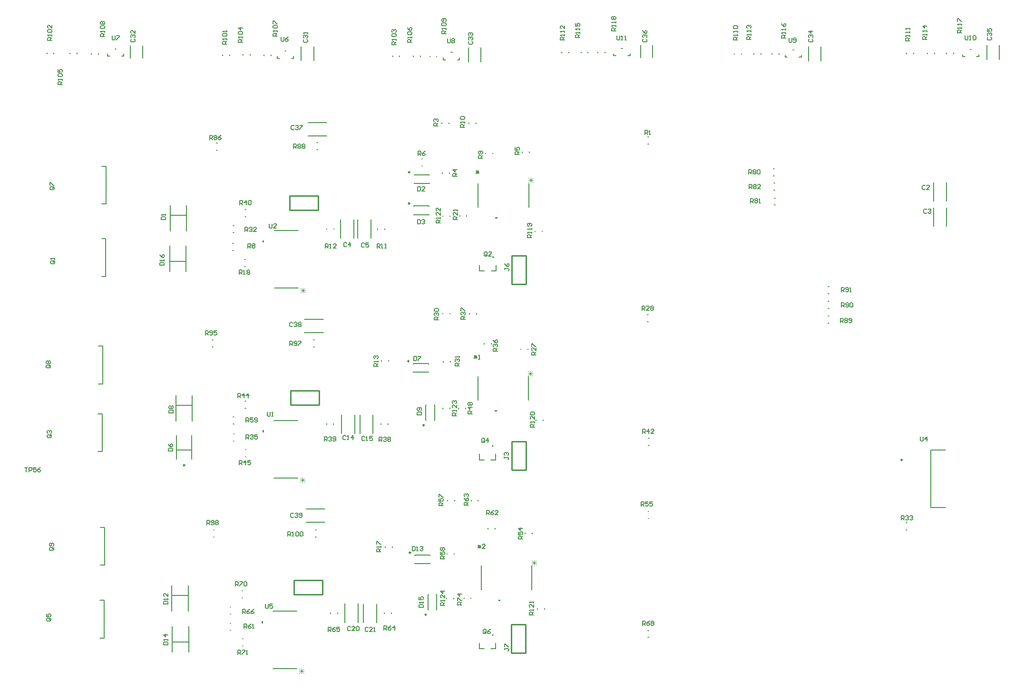
<source format=gto>
G04*
G04 #@! TF.GenerationSoftware,Altium Limited,Altium Designer,21.6.4 (81)*
G04*
G04 Layer_Color=65535*
%FSLAX43Y43*%
%MOMM*%
G71*
G04*
G04 #@! TF.SameCoordinates,1BFCAD30-3443-4AAB-B7F7-DC6525A64C66*
G04*
G04*
G04 #@! TF.FilePolarity,Positive*
G04*
G01*
G75*
%ADD10C,0.250*%
%ADD11C,0.200*%
%ADD12C,0.152*%
%ADD13C,0.254*%
%ADD14C,0.076*%
%ADD15C,0.127*%
G36*
X107906Y68085D02*
X107652D01*
Y68466D01*
X107906D01*
Y68085D01*
D02*
G37*
G36*
X108052Y102095D02*
X107798D01*
Y102476D01*
X108052D01*
Y102095D01*
D02*
G37*
G36*
X150178Y72323D02*
Y72069D01*
X149796D01*
Y72323D01*
X150178D01*
D02*
G37*
G36*
X108102Y135928D02*
X107848D01*
Y136309D01*
X108102D01*
Y135928D01*
D02*
G37*
G36*
X149542Y106053D02*
Y105799D01*
X149161D01*
Y106053D01*
X149542D01*
D02*
G37*
G36*
X149619Y140445D02*
Y140191D01*
X149238D01*
Y140445D01*
X149619D01*
D02*
G37*
D10*
X93978Y96266D02*
G03*
X93978Y96266I-125J0D01*
G01*
X136968Y69646D02*
G03*
X136968Y69646I-125J0D01*
G01*
X134186Y80683D02*
G03*
X134186Y80683I-125J0D01*
G01*
X136587Y103377D02*
G03*
X136587Y103377I-125J0D01*
G01*
X133906Y114795D02*
G03*
X133906Y114795I-125J0D01*
G01*
X134007Y142887D02*
G03*
X134007Y142887I-125J0D01*
G01*
X134033Y148450D02*
G03*
X134033Y148450I-125J0D01*
G01*
X221700Y97206D02*
G03*
X221700Y97206I-125J0D01*
G01*
D11*
X148878Y65986D02*
G03*
X148678Y65986I-100J0D01*
G01*
D02*
G03*
X148878Y65986I100J0D01*
G01*
X148903Y99666D02*
G03*
X148703Y99666I-100J0D01*
G01*
D02*
G03*
X148903Y99666I100J0D01*
G01*
X148954Y133296D02*
G03*
X148754Y133296I-100J0D01*
G01*
D02*
G03*
X148954Y133296I100J0D01*
G01*
X78537Y105422D02*
X79272D01*
Y98692D02*
Y105422D01*
X78537Y98692D02*
X79272D01*
X78868Y65444D02*
X79603D01*
Y72174D01*
X78868D02*
X79603D01*
X91838Y64778D02*
X94598D01*
X94678Y62993D02*
Y67563D01*
X91758Y62993D02*
Y67563D01*
X102569Y138953D02*
X102714D01*
X102569Y137703D02*
X102714D01*
X104718Y140548D02*
X104864D01*
X104718Y141798D02*
X104864D01*
X104144Y72603D02*
X104289D01*
X104144Y73853D02*
X104289D01*
X102035Y71034D02*
X102181D01*
X102035Y69784D02*
X102181D01*
X104661Y106385D02*
X104806D01*
X104661Y107635D02*
X104806D01*
X102585Y104841D02*
X102730D01*
X102585Y103591D02*
X102730D01*
X92521Y97344D02*
Y101589D01*
X95186Y97344D02*
Y101589D01*
X92603Y98991D02*
X95103D01*
X78966Y85192D02*
X79701D01*
Y78462D02*
Y85192D01*
X78966Y78462D02*
X79701D01*
X79198Y149517D02*
X79933D01*
Y142787D02*
Y149517D01*
X79198Y142787D02*
X79933D01*
X78636Y117476D02*
X79371D01*
Y110746D02*
Y117476D01*
X78636Y110746D02*
X79371D01*
X104626Y132908D02*
X104771D01*
X104626Y131658D02*
X104771D01*
X79161Y129883D02*
X79896D01*
Y136613D01*
X79161D02*
X79896D01*
X176381Y154752D02*
X176526D01*
X176381Y153502D02*
X176526D01*
X141011Y157128D02*
Y157273D01*
X139761Y157128D02*
Y157273D01*
X141062Y148238D02*
Y148383D01*
X139812Y148238D02*
Y148383D01*
X155311Y151972D02*
Y152117D01*
X154061Y151972D02*
Y152117D01*
X136148Y149565D02*
X136293D01*
X136148Y150815D02*
X136293D01*
X102518Y134554D02*
X102663D01*
X102518Y135804D02*
X102663D01*
X148758Y151769D02*
Y151914D01*
X147508Y151769D02*
Y151914D01*
X145811Y157128D02*
Y157273D01*
X144561Y157128D02*
Y157273D01*
X129555Y138256D02*
Y138401D01*
X128305Y138256D02*
Y138401D01*
X120488Y138297D02*
Y138442D01*
X119238Y138297D02*
Y138442D01*
X130241Y114786D02*
Y114931D01*
X128991Y114786D02*
Y114931D01*
X130902Y81588D02*
Y81734D01*
X129652Y81588D02*
Y81734D01*
X144160Y140618D02*
Y140763D01*
X142910Y140618D02*
Y140763D01*
X155032Y116869D02*
Y117014D01*
X153782Y116869D02*
Y117014D01*
X176330Y123053D02*
X176476D01*
X176330Y121803D02*
X176476D01*
X141163Y123219D02*
Y123364D01*
X139913Y123219D02*
Y123364D01*
X141265Y114634D02*
Y114779D01*
X140015Y114634D02*
Y114779D01*
X222406Y85994D02*
X222551D01*
X222406Y84744D02*
X222551D01*
X102610Y100569D02*
X102755D01*
X102610Y101819D02*
X102755D01*
X148555Y117825D02*
Y117970D01*
X147305Y117825D02*
Y117970D01*
X145913Y123210D02*
Y123355D01*
X144663Y123210D02*
Y123355D01*
X130140Y103534D02*
Y103679D01*
X128890Y103534D02*
Y103679D01*
X120462Y103559D02*
Y103705D01*
X119212Y103559D02*
Y103705D01*
X176467Y101057D02*
X176612D01*
X176467Y99807D02*
X176612D01*
X104728Y99025D02*
X104873D01*
X104728Y97775D02*
X104873D01*
X143932Y106328D02*
Y106473D01*
X142682Y106328D02*
Y106473D01*
X155794Y84052D02*
Y84197D01*
X154544Y84052D02*
Y84197D01*
X176441Y88001D02*
X176587D01*
X176441Y86751D02*
X176587D01*
X142027Y89920D02*
Y90065D01*
X140777Y89920D02*
Y90065D01*
X141951Y80395D02*
Y80540D01*
X140701Y80395D02*
Y80540D01*
X102035Y66837D02*
X102181D01*
X102035Y68087D02*
X102181D01*
X149190Y84916D02*
Y85061D01*
X147940Y84916D02*
Y85061D01*
X146192Y89920D02*
Y90065D01*
X144942Y89920D02*
Y90065D01*
X130724Y69854D02*
Y69999D01*
X129474Y69854D02*
Y69999D01*
X121148Y69838D02*
Y69983D01*
X119898Y69838D02*
Y69983D01*
X176432Y66817D02*
X176577D01*
X176432Y65567D02*
X176577D01*
X104220Y65319D02*
X104365D01*
X104220Y64069D02*
X104365D01*
X144922Y72521D02*
Y72666D01*
X143672Y72521D02*
Y72666D01*
X198733Y149088D02*
X198878D01*
X198733Y147838D02*
X198878D01*
X198936Y143856D02*
X199082D01*
X198936Y142606D02*
X199082D01*
X198835Y146497D02*
X198980D01*
X198835Y145247D02*
X198980D01*
X99606Y153635D02*
X99752D01*
X99606Y152385D02*
X99752D01*
X117479Y152461D02*
X117624D01*
X117479Y153711D02*
X117624D01*
X208487Y121549D02*
X208632D01*
X208487Y122799D02*
X208632D01*
X208487Y124165D02*
X208632D01*
X208487Y125415D02*
X208632D01*
X208487Y126832D02*
X208632D01*
X208487Y128082D02*
X208632D01*
X98819Y118557D02*
X98964D01*
X98819Y117307D02*
X98964D01*
X116869Y117358D02*
X117014D01*
X116869Y118608D02*
X117014D01*
X99064Y84724D02*
X99209D01*
X99064Y83474D02*
X99209D01*
X117250D02*
X117395D01*
X117250Y84724D02*
X117395D01*
X101946Y169218D02*
Y169364D01*
X100696Y169218D02*
Y169364D01*
X70678Y169574D02*
Y169719D01*
X69428Y169574D02*
Y169719D01*
X132222Y169066D02*
Y169211D01*
X130972Y169066D02*
Y169211D01*
X104353Y169345D02*
Y169491D01*
X105603Y169345D02*
Y169491D01*
X73518Y169574D02*
Y169719D01*
X74768Y169574D02*
Y169719D01*
X134655Y169091D02*
Y169237D01*
X135905Y169091D02*
Y169237D01*
X108062Y169269D02*
Y169414D01*
X109312Y169269D02*
Y169414D01*
X77328Y169523D02*
Y169668D01*
X78578Y169523D02*
Y169668D01*
X137576Y169041D02*
Y169186D01*
X138826Y169041D02*
Y169186D01*
X193030Y169447D02*
Y169592D01*
X191780Y169447D02*
Y169592D01*
X223739Y169560D02*
Y169705D01*
X222489Y169560D02*
Y169705D01*
X162321Y169726D02*
Y169872D01*
X161071Y169726D02*
Y169872D01*
X195268Y169472D02*
Y169618D01*
X196518Y169472D02*
Y169618D01*
X226172Y169574D02*
Y169719D01*
X227422Y169574D02*
Y169719D01*
X164500Y169726D02*
Y169872D01*
X165750Y169726D02*
Y169872D01*
X198468Y169498D02*
Y169643D01*
X199718Y169498D02*
Y169643D01*
X229601Y169599D02*
Y169745D01*
X230851Y169599D02*
Y169745D01*
X167498Y169726D02*
Y169872D01*
X168748Y169726D02*
Y169872D01*
X156347Y137875D02*
Y138020D01*
X157597Y137875D02*
Y138020D01*
X156474Y104220D02*
Y104365D01*
X157724Y104220D02*
Y104365D01*
X156753Y70625D02*
Y70770D01*
X158003Y70625D02*
Y70770D01*
X139939Y140593D02*
Y140738D01*
X141189Y140593D02*
Y140738D01*
X139913Y106328D02*
Y106473D01*
X141163Y106328D02*
Y106473D01*
X140599Y72495D02*
Y72640D01*
X141849Y72495D02*
Y72640D01*
X229600Y143344D02*
Y146650D01*
X227244Y143344D02*
Y146650D01*
Y138834D02*
Y142141D01*
X229600Y138834D02*
Y142141D01*
X171670Y170490D02*
X171870D01*
X172820Y169190D02*
X173219D01*
X170320Y169191D02*
X170720D01*
X173220Y169191D02*
Y169591D01*
X170319Y169191D02*
Y169591D01*
X233783Y170322D02*
X233983D01*
X234933Y169022D02*
X235333D01*
X232433Y169022D02*
X232833D01*
X235333Y169023D02*
Y169423D01*
X232432Y169023D02*
Y169423D01*
X202183Y170236D02*
X202383D01*
X203333Y168936D02*
X203733D01*
X200833Y168937D02*
X201233D01*
X203733Y168937D02*
Y169337D01*
X200832Y168937D02*
Y169337D01*
X141353Y169789D02*
X141553D01*
X142502Y168488D02*
X142902D01*
X140002Y168489D02*
X140402D01*
X142902Y168489D02*
Y168889D01*
X140002Y168489D02*
Y168889D01*
X81561Y170449D02*
X81761D01*
X82711Y169149D02*
X83110D01*
X80211Y169149D02*
X80611D01*
X83111Y169150D02*
Y169550D01*
X80210Y169150D02*
Y169550D01*
X111802Y170059D02*
X112002D01*
X112952Y168758D02*
X113352D01*
X110452Y168759D02*
X110852D01*
X113352Y168759D02*
Y169159D01*
X110451Y168759D02*
Y169159D01*
X148428Y63536D02*
X149278D01*
Y64586D01*
X146378Y63536D02*
X147228D01*
X146378D02*
Y64586D01*
X148453Y97216D02*
X149303D01*
Y98266D01*
X146403Y97216D02*
X147253D01*
X146403D02*
Y98266D01*
X148504Y130846D02*
X149354D01*
Y131896D01*
X146454Y130846D02*
X147304D01*
X146454D02*
Y131896D01*
X137274Y73232D02*
X137352D01*
X137274Y70532D02*
Y73232D01*
Y70532D02*
X137352D01*
X138747Y73232D02*
X138824D01*
Y70532D02*
Y73232D01*
X138747Y70532D02*
X138824D01*
X137647Y80174D02*
Y80252D01*
X134947D02*
X137647D01*
X134947Y80174D02*
Y80252D01*
X137647Y78702D02*
Y78779D01*
X134947Y78702D02*
X137647D01*
X134947D02*
Y78779D01*
X136893Y106963D02*
X136971D01*
X136893Y104263D02*
Y106963D01*
Y104263D02*
X136971D01*
X138365Y106963D02*
X138443D01*
Y104263D02*
Y106963D01*
X138365Y104263D02*
X138443D01*
X137367Y114286D02*
Y114364D01*
X134667D02*
X137367D01*
X134667Y114286D02*
Y114364D01*
X137367Y112814D02*
Y112891D01*
X134667Y112814D02*
X137367D01*
X134667D02*
Y112891D01*
X137469Y142379D02*
Y142456D01*
X134769D02*
X137469D01*
X134769Y142379D02*
Y142456D01*
X137469Y140906D02*
Y140984D01*
X134769Y140906D02*
X137469D01*
X134769D02*
Y140984D01*
X137494Y147941D02*
Y148019D01*
X134794D02*
X137494D01*
X134794Y147941D02*
Y148019D01*
X137494Y146469D02*
Y146546D01*
X134794Y146469D02*
X137494D01*
X134794D02*
Y146546D01*
X115607Y86122D02*
X118913D01*
X115607Y88478D02*
X118913D01*
X115302Y119853D02*
X118608D01*
X115302Y122209D02*
X118608D01*
X115935Y154930D02*
X119241D01*
X115935Y157286D02*
X119241D01*
X177249Y168851D02*
Y171051D01*
X175099Y168851D02*
Y171051D01*
X236721Y168571D02*
Y171077D01*
X238971Y168571D02*
Y171077D01*
X204979Y168317D02*
Y170824D01*
X207229Y168317D02*
Y170824D01*
X144442Y168125D02*
Y170631D01*
X146692Y168125D02*
Y170631D01*
X86444Y168801D02*
Y171001D01*
X84294Y168801D02*
Y171001D01*
X114674Y168368D02*
Y170874D01*
X116924Y168368D02*
Y170874D01*
X125746Y68222D02*
Y71529D01*
X128102Y68222D02*
Y71529D01*
X124851Y68261D02*
Y71568D01*
X122494Y68261D02*
Y71568D01*
X125136Y101903D02*
Y105209D01*
X127492Y101903D02*
Y105209D01*
X124216Y101928D02*
Y105234D01*
X121859Y101928D02*
Y105234D01*
X124730Y136701D02*
Y140007D01*
X127086Y136701D02*
Y140007D01*
X124063Y136701D02*
Y140007D01*
X121707Y136701D02*
Y140007D01*
X226734Y88684D02*
X229430D01*
X226734D02*
Y98920D01*
X229430D01*
X91301Y130767D02*
Y135337D01*
X94221Y130767D02*
Y135337D01*
X91381Y132552D02*
X94141D01*
X94602Y70232D02*
Y74802D01*
X91682Y70232D02*
Y74802D01*
X91762Y73017D02*
X94522D01*
X95288Y104090D02*
Y108660D01*
X92368Y104090D02*
Y108660D01*
X92448Y106875D02*
X95208D01*
X91432Y140803D02*
X94192D01*
X91352Y138018D02*
Y142588D01*
X94272Y138018D02*
Y142588D01*
D12*
X109842Y93980D02*
X114084D01*
X109842Y104242D02*
X114084D01*
X155753Y74105D02*
Y78347D01*
X146761Y74105D02*
Y78347D01*
X155118Y107835D02*
Y112077D01*
X146126Y107835D02*
Y112077D01*
X155194Y142227D02*
Y146469D01*
X146202Y142227D02*
Y146469D01*
X109696Y59969D02*
X113938D01*
X109696Y70231D02*
X113938D01*
X109893Y127813D02*
X114135D01*
X109893Y138074D02*
X114135D01*
D13*
X113360Y73177D02*
Y75717D01*
X118440D01*
Y73177D02*
Y75717D01*
X113360Y73177D02*
X118440D01*
X112841Y106985D02*
Y109525D01*
X117921D01*
Y106985D02*
Y109525D01*
X112841Y106985D02*
X117921D01*
X112649Y141732D02*
Y144272D01*
X117729D01*
Y141732D02*
Y144272D01*
X112649Y141732D02*
X117729D01*
X152121Y67894D02*
X154661D01*
X152121Y64338D02*
Y66370D01*
Y62814D02*
X154661D01*
Y67894D01*
X152121Y66370D02*
Y67894D01*
Y62814D02*
Y64338D01*
X152197Y133564D02*
X154737D01*
X152197Y130008D02*
Y132040D01*
Y128484D02*
X154737D01*
Y133564D01*
X152197Y132040D02*
Y133564D01*
Y128484D02*
Y130008D01*
Y100468D02*
X154737D01*
X152197Y96912D02*
Y98944D01*
Y95388D02*
X154737D01*
Y100468D01*
X152197Y98944D02*
Y100468D01*
Y95388D02*
Y96912D01*
D14*
X115360Y93176D02*
X114514Y94022D01*
X115360D02*
X114514Y93176D01*
X115360Y93599D02*
X114514D01*
X114937Y94022D02*
Y93176D01*
X156556Y79312D02*
X155710Y78465D01*
Y79312D02*
X156556Y78465D01*
X156133Y79312D02*
Y78465D01*
X155710Y78888D02*
X156556D01*
X155921Y113041D02*
X155075Y112195D01*
Y113041D02*
X155921Y112195D01*
X155498Y113041D02*
Y112195D01*
X155075Y112618D02*
X155921D01*
X155997Y147434D02*
X155151Y146587D01*
Y147434D02*
X155997Y146587D01*
X155574Y147434D02*
Y146587D01*
X155151Y147010D02*
X155997D01*
X115214Y59165D02*
X114368Y60012D01*
X115214D02*
X114368Y59165D01*
X115214Y59589D02*
X114368D01*
X114791Y60012D02*
Y59165D01*
X115411Y127009D02*
X114565Y127855D01*
X115411D02*
X114565Y127009D01*
X115411Y127432D02*
X114565D01*
X114988Y127855D02*
Y127009D01*
D15*
X91135Y105563D02*
X91897D01*
Y105943D01*
X91770Y106070D01*
X91262D01*
X91135Y105943D01*
Y105563D01*
X91262Y106324D02*
X91135Y106451D01*
Y106705D01*
X91262Y106832D01*
X91389D01*
X91516Y106705D01*
X91643Y106832D01*
X91770D01*
X91897Y106705D01*
Y106451D01*
X91770Y106324D01*
X91643D01*
X91516Y106451D01*
X91389Y106324D01*
X91262D01*
X91516Y106451D02*
Y106705D01*
X108661Y105740D02*
Y105105D01*
X108788Y104978D01*
X109042D01*
X109169Y105105D01*
Y105740D01*
X109423Y104978D02*
X109677D01*
X109550D01*
Y105740D01*
X109423Y105613D01*
X103645Y130251D02*
Y131013D01*
X104026D01*
X104153Y130886D01*
Y130632D01*
X104026Y130505D01*
X103645D01*
X103899D02*
X104153Y130251D01*
X104407D02*
X104661D01*
X104534D01*
Y131013D01*
X104407Y130886D01*
X105042D02*
X105169Y131013D01*
X105422D01*
X105549Y130886D01*
Y130759D01*
X105422Y130632D01*
X105549Y130505D01*
Y130378D01*
X105422Y130251D01*
X105169D01*
X105042Y130378D01*
Y130505D01*
X105169Y130632D01*
X105042Y130759D01*
Y130886D01*
X105169Y130632D02*
X105422D01*
X69952Y114097D02*
X69444D01*
X69317Y113970D01*
Y113716D01*
X69444Y113589D01*
X69952D01*
X70078Y113716D01*
Y113970D01*
X69825Y113843D02*
X70078Y114097D01*
Y113970D02*
X69952Y114097D01*
X69444Y114351D02*
X69317Y114478D01*
Y114732D01*
X69444Y114859D01*
X69571D01*
X69698Y114732D01*
X69825Y114859D01*
X69952D01*
X70078Y114732D01*
Y114478D01*
X69952Y114351D01*
X69825D01*
X69698Y114478D01*
X69571Y114351D01*
X69444D01*
X69698Y114478D02*
Y114732D01*
X102972Y74702D02*
Y75463D01*
X103353D01*
X103480Y75336D01*
Y75082D01*
X103353Y74955D01*
X102972D01*
X103226D02*
X103480Y74702D01*
X103734Y75463D02*
X104242D01*
Y75336D01*
X103734Y74828D01*
Y74702D01*
X104495Y75336D02*
X104622Y75463D01*
X104876D01*
X105003Y75336D01*
Y74828D01*
X104876Y74702D01*
X104622D01*
X104495Y74828D01*
Y75336D01*
X104242Y69825D02*
Y70586D01*
X104623D01*
X104750Y70460D01*
Y70206D01*
X104623Y70079D01*
X104242D01*
X104496D02*
X104750Y69825D01*
X105512Y70586D02*
X105258Y70460D01*
X105004Y70206D01*
Y69952D01*
X105131Y69825D01*
X105385D01*
X105512Y69952D01*
Y70079D01*
X105385Y70206D01*
X105004D01*
X106273Y70586D02*
X106019Y70460D01*
X105765Y70206D01*
Y69952D01*
X105892Y69825D01*
X106146D01*
X106273Y69952D01*
Y70079D01*
X106146Y70206D01*
X105765D01*
X70485Y81585D02*
X69977D01*
X69850Y81458D01*
Y81204D01*
X69977Y81077D01*
X70485D01*
X70612Y81204D01*
Y81458D01*
X70358Y81331D02*
X70612Y81585D01*
Y81458D02*
X70485Y81585D01*
Y81839D02*
X70612Y81966D01*
Y82220D01*
X70485Y82347D01*
X69977D01*
X69850Y82220D01*
Y81966D01*
X69977Y81839D01*
X70104D01*
X70231Y81966D01*
Y82347D01*
X65481Y95834D02*
X65989D01*
X65735D01*
Y95072D01*
X66243D02*
Y95834D01*
X66624D01*
X66751Y95707D01*
Y95453D01*
X66624Y95326D01*
X66243D01*
X67513Y95834D02*
X67005D01*
Y95453D01*
X67259Y95580D01*
X67386D01*
X67513Y95453D01*
Y95199D01*
X67386Y95072D01*
X67132D01*
X67005Y95199D01*
X68274Y95834D02*
X68020Y95707D01*
X67766Y95453D01*
Y95199D01*
X67893Y95072D01*
X68147D01*
X68274Y95199D01*
Y95326D01*
X68147Y95453D01*
X67766D01*
X104852Y103912D02*
Y104673D01*
X105232D01*
X105359Y104546D01*
Y104292D01*
X105232Y104165D01*
X104852D01*
X105105D02*
X105359Y103912D01*
X106121Y104673D02*
X105613D01*
Y104292D01*
X105867Y104419D01*
X105994D01*
X106121Y104292D01*
Y104038D01*
X105994Y103912D01*
X105740D01*
X105613Y104038D01*
X106375D02*
X106502Y103912D01*
X106756D01*
X106883Y104038D01*
Y104546D01*
X106756Y104673D01*
X106502D01*
X106375Y104546D01*
Y104419D01*
X106502Y104292D01*
X106883D01*
X103404Y108306D02*
Y109067D01*
X103785D01*
X103912Y108941D01*
Y108687D01*
X103785Y108560D01*
X103404D01*
X103658D02*
X103912Y108306D01*
X104546D02*
Y109067D01*
X104165Y108687D01*
X104673D01*
X105308Y108306D02*
Y109067D01*
X104927Y108687D01*
X105435D01*
X103759Y142672D02*
Y143434D01*
X104140D01*
X104267Y143307D01*
Y143053D01*
X104140Y142926D01*
X103759D01*
X104013D02*
X104267Y142672D01*
X104902D02*
Y143434D01*
X104521Y143053D01*
X105029D01*
X105283Y143307D02*
X105410Y143434D01*
X105664D01*
X105791Y143307D01*
Y142799D01*
X105664Y142672D01*
X105410D01*
X105283Y142799D01*
Y143307D01*
X104699Y137871D02*
Y138633D01*
X105080D01*
X105207Y138506D01*
Y138252D01*
X105080Y138125D01*
X104699D01*
X104953D02*
X105207Y137871D01*
X105461Y138506D02*
X105588Y138633D01*
X105842D01*
X105969Y138506D01*
Y138379D01*
X105842Y138252D01*
X105715D01*
X105842D01*
X105969Y138125D01*
Y137998D01*
X105842Y137871D01*
X105588D01*
X105461Y137998D01*
X106730Y137871D02*
X106223D01*
X106730Y138379D01*
Y138506D01*
X106604Y138633D01*
X106350D01*
X106223Y138506D01*
X70561Y145847D02*
X70053D01*
X69926Y145720D01*
Y145466D01*
X70053Y145339D01*
X70561D01*
X70688Y145466D01*
Y145720D01*
X70434Y145593D02*
X70688Y145847D01*
Y145720D02*
X70561Y145847D01*
X69926Y146101D02*
Y146609D01*
X70053D01*
X70561Y146101D01*
X70688D01*
X70688Y132690D02*
X70180D01*
X70053Y132563D01*
Y132309D01*
X70180Y132182D01*
X70688D01*
X70815Y132309D01*
Y132563D01*
X70561Y132436D02*
X70815Y132690D01*
Y132563D02*
X70688Y132690D01*
X70815Y132944D02*
Y133197D01*
Y133070D01*
X70053D01*
X70180Y132944D01*
X70129Y101702D02*
X69621D01*
X69495Y101575D01*
Y101321D01*
X69621Y101194D01*
X70129D01*
X70256Y101321D01*
Y101575D01*
X70002Y101448D02*
X70256Y101702D01*
Y101575D02*
X70129Y101702D01*
X69621Y101956D02*
X69495Y102083D01*
Y102336D01*
X69621Y102463D01*
X69748D01*
X69875Y102336D01*
Y102209D01*
Y102336D01*
X70002Y102463D01*
X70129D01*
X70256Y102336D01*
Y102083D01*
X70129Y101956D01*
X70002Y68986D02*
X69494D01*
X69368Y68859D01*
Y68606D01*
X69494Y68479D01*
X70002D01*
X70129Y68606D01*
Y68859D01*
X69875Y68733D02*
X70129Y68986D01*
Y68859D02*
X70002Y68986D01*
X69368Y69748D02*
Y69240D01*
X69748D01*
X69621Y69494D01*
Y69621D01*
X69748Y69748D01*
X70002D01*
X70129Y69621D01*
Y69367D01*
X70002Y69240D01*
X175870Y155169D02*
Y155930D01*
X176251D01*
X176378Y155804D01*
Y155550D01*
X176251Y155423D01*
X175870D01*
X176124D02*
X176378Y155169D01*
X176632D02*
X176885D01*
X176758D01*
Y155930D01*
X176632Y155804D01*
X139065Y156693D02*
X138303D01*
Y157074D01*
X138430Y157201D01*
X138684D01*
X138811Y157074D01*
Y156693D01*
Y156947D02*
X139065Y157201D01*
X138430Y157455D02*
X138303Y157582D01*
Y157835D01*
X138430Y157962D01*
X138557D01*
X138684Y157835D01*
Y157708D01*
Y157835D01*
X138811Y157962D01*
X138938D01*
X139065Y157835D01*
Y157582D01*
X138938Y157455D01*
X142443Y147752D02*
X141681D01*
Y148133D01*
X141808Y148260D01*
X142062D01*
X142189Y148133D01*
Y147752D01*
Y148006D02*
X142443Y148260D01*
Y148895D02*
X141681D01*
X142062Y148514D01*
Y149022D01*
X153568Y151638D02*
X152807D01*
Y152019D01*
X152933Y152146D01*
X153187D01*
X153314Y152019D01*
Y151638D01*
Y151892D02*
X153568Y152146D01*
X152807Y152908D02*
Y152400D01*
X153187D01*
X153060Y152654D01*
Y152781D01*
X153187Y152908D01*
X153441D01*
X153568Y152781D01*
Y152527D01*
X153441Y152400D01*
X135458Y151435D02*
Y152197D01*
X135839D01*
X135966Y152070D01*
Y151816D01*
X135839Y151689D01*
X135458D01*
X135712D02*
X135966Y151435D01*
X136728Y152197D02*
X136474Y152070D01*
X136220Y151816D01*
Y151562D01*
X136347Y151435D01*
X136601D01*
X136728Y151562D01*
Y151689D01*
X136601Y151816D01*
X136220D01*
X105221Y134969D02*
Y135731D01*
X105601D01*
X105728Y135604D01*
Y135350D01*
X105601Y135223D01*
X105221D01*
X105474D02*
X105728Y134969D01*
X105982Y135604D02*
X106109Y135731D01*
X106363D01*
X106490Y135604D01*
Y135477D01*
X106363Y135350D01*
X106490Y135223D01*
Y135096D01*
X106363Y134969D01*
X106109D01*
X105982Y135096D01*
Y135223D01*
X106109Y135350D01*
X105982Y135477D01*
Y135604D01*
X106109Y135350D02*
X106363D01*
X146990Y150952D02*
X146228D01*
Y151333D01*
X146355Y151460D01*
X146609D01*
X146736Y151333D01*
Y150952D01*
Y151206D02*
X146990Y151460D01*
X146863Y151714D02*
X146990Y151841D01*
Y152095D01*
X146863Y152222D01*
X146355D01*
X146228Y152095D01*
Y151841D01*
X146355Y151714D01*
X146482D01*
X146609Y151841D01*
Y152222D01*
X143789Y156477D02*
X143028D01*
Y156858D01*
X143154Y156985D01*
X143408D01*
X143535Y156858D01*
Y156477D01*
Y156731D02*
X143789Y156985D01*
Y157239D02*
Y157493D01*
Y157366D01*
X143028D01*
X143154Y157239D01*
Y157874D02*
X143028Y158001D01*
Y158254D01*
X143154Y158381D01*
X143662D01*
X143789Y158254D01*
Y158001D01*
X143662Y157874D01*
X143154D01*
X128181Y134950D02*
Y135712D01*
X128562D01*
X128689Y135585D01*
Y135331D01*
X128562Y135204D01*
X128181D01*
X128435D02*
X128689Y134950D01*
X128943D02*
X129197D01*
X129070D01*
Y135712D01*
X128943Y135585D01*
X129578Y134950D02*
X129832D01*
X129705D01*
Y135712D01*
X129578Y135585D01*
X119012Y134925D02*
Y135687D01*
X119393D01*
X119520Y135560D01*
Y135306D01*
X119393Y135179D01*
X119012D01*
X119266D02*
X119520Y134925D01*
X119774D02*
X120028D01*
X119901D01*
Y135687D01*
X119774Y135560D01*
X120916Y134925D02*
X120409D01*
X120916Y135433D01*
Y135560D01*
X120789Y135687D01*
X120536D01*
X120409Y135560D01*
X128346Y113856D02*
X127584D01*
Y114237D01*
X127711Y114364D01*
X127965D01*
X128092Y114237D01*
Y113856D01*
Y114110D02*
X128346Y114364D01*
Y114618D02*
Y114871D01*
Y114745D01*
X127584D01*
X127711Y114618D01*
Y115252D02*
X127584Y115379D01*
Y115633D01*
X127711Y115760D01*
X127838D01*
X127965Y115633D01*
Y115506D01*
Y115633D01*
X128092Y115760D01*
X128219D01*
X128346Y115633D01*
Y115379D01*
X128219Y115252D01*
X128854Y80810D02*
X128092D01*
Y81191D01*
X128219Y81318D01*
X128473D01*
X128600Y81191D01*
Y80810D01*
Y81064D02*
X128854Y81318D01*
Y81572D02*
Y81826D01*
Y81699D01*
X128092D01*
X128219Y81572D01*
X128092Y82207D02*
Y82715D01*
X128219D01*
X128727Y82207D01*
X128854D01*
X142519Y140056D02*
X141758D01*
Y140437D01*
X141884Y140564D01*
X142138D01*
X142265Y140437D01*
Y140056D01*
Y140310D02*
X142519Y140564D01*
Y141325D02*
Y140818D01*
X142011Y141325D01*
X141884D01*
X141758Y141199D01*
Y140945D01*
X141884Y140818D01*
X142519Y141579D02*
Y141833D01*
Y141706D01*
X141758D01*
X141884Y141579D01*
X156464Y115875D02*
X155702D01*
Y116256D01*
X155829Y116383D01*
X156083D01*
X156210Y116256D01*
Y115875D01*
Y116129D02*
X156464Y116383D01*
Y117145D02*
Y116637D01*
X155956Y117145D01*
X155829D01*
X155702Y117018D01*
Y116764D01*
X155829Y116637D01*
X155702Y117399D02*
Y117906D01*
X155829D01*
X156337Y117399D01*
X156464D01*
X175337Y123876D02*
Y124638D01*
X175717D01*
X175844Y124511D01*
Y124257D01*
X175717Y124130D01*
X175337D01*
X175590D02*
X175844Y123876D01*
X176606D02*
X176098D01*
X176606Y124384D01*
Y124511D01*
X176479Y124638D01*
X176225D01*
X176098Y124511D01*
X176860D02*
X176987Y124638D01*
X177241D01*
X177368Y124511D01*
Y124384D01*
X177241Y124257D01*
X177368Y124130D01*
Y124003D01*
X177241Y123876D01*
X176987D01*
X176860Y124003D01*
Y124130D01*
X176987Y124257D01*
X176860Y124384D01*
Y124511D01*
X176987Y124257D02*
X177241D01*
X139141Y122149D02*
X138379D01*
Y122530D01*
X138506Y122657D01*
X138760D01*
X138887Y122530D01*
Y122149D01*
Y122403D02*
X139141Y122657D01*
X138506Y122911D02*
X138379Y123038D01*
Y123292D01*
X138506Y123419D01*
X138633D01*
X138760Y123292D01*
Y123165D01*
Y123292D01*
X138887Y123419D01*
X139014D01*
X139141Y123292D01*
Y123038D01*
X139014Y122911D01*
X138506Y123672D02*
X138379Y123799D01*
Y124053D01*
X138506Y124180D01*
X139014D01*
X139141Y124053D01*
Y123799D01*
X139014Y123672D01*
X138506D01*
X142824Y113919D02*
X142062D01*
Y114300D01*
X142189Y114427D01*
X142443D01*
X142570Y114300D01*
Y113919D01*
Y114173D02*
X142824Y114427D01*
X142189Y114681D02*
X142062Y114808D01*
Y115062D01*
X142189Y115189D01*
X142316D01*
X142443Y115062D01*
Y114935D01*
Y115062D01*
X142570Y115189D01*
X142697D01*
X142824Y115062D01*
Y114808D01*
X142697Y114681D01*
X142824Y115443D02*
Y115697D01*
Y115570D01*
X142062D01*
X142189Y115443D01*
X221488Y86487D02*
Y87249D01*
X221869D01*
X221996Y87122D01*
Y86868D01*
X221869Y86741D01*
X221488D01*
X221742D02*
X221996Y86487D01*
X222250Y87122D02*
X222377Y87249D01*
X222631D01*
X222758Y87122D01*
Y86995D01*
X222631Y86868D01*
X222504D01*
X222631D01*
X222758Y86741D01*
Y86614D01*
X222631Y86487D01*
X222377D01*
X222250Y86614D01*
X223012Y87122D02*
X223139Y87249D01*
X223393D01*
X223520Y87122D01*
Y86995D01*
X223393Y86868D01*
X223266D01*
X223393D01*
X223520Y86741D01*
Y86614D01*
X223393Y86487D01*
X223139D01*
X223012Y86614D01*
X104852Y100940D02*
Y101701D01*
X105232D01*
X105359Y101575D01*
Y101321D01*
X105232Y101194D01*
X104852D01*
X105105D02*
X105359Y100940D01*
X105613Y101575D02*
X105740Y101701D01*
X105994D01*
X106121Y101575D01*
Y101448D01*
X105994Y101321D01*
X105867D01*
X105994D01*
X106121Y101194D01*
Y101067D01*
X105994Y100940D01*
X105740D01*
X105613Y101067D01*
X106883Y101701D02*
X106375D01*
Y101321D01*
X106629Y101448D01*
X106756D01*
X106883Y101321D01*
Y101067D01*
X106756Y100940D01*
X106502D01*
X106375Y101067D01*
X149631Y116536D02*
X148870D01*
Y116916D01*
X148996Y117043D01*
X149250D01*
X149377Y116916D01*
Y116536D01*
Y116789D02*
X149631Y117043D01*
X148996Y117297D02*
X148870Y117424D01*
Y117678D01*
X148996Y117805D01*
X149123D01*
X149250Y117678D01*
Y117551D01*
Y117678D01*
X149377Y117805D01*
X149504D01*
X149631Y117678D01*
Y117424D01*
X149504Y117297D01*
X148870Y118567D02*
X148996Y118313D01*
X149250Y118059D01*
X149504D01*
X149631Y118186D01*
Y118440D01*
X149504Y118567D01*
X149377D01*
X149250Y118440D01*
Y118059D01*
X143916Y122276D02*
X143155D01*
Y122657D01*
X143281Y122784D01*
X143535D01*
X143662Y122657D01*
Y122276D01*
Y122530D02*
X143916Y122784D01*
X143281Y123038D02*
X143155Y123165D01*
Y123419D01*
X143281Y123546D01*
X143408D01*
X143535Y123419D01*
Y123292D01*
Y123419D01*
X143662Y123546D01*
X143789D01*
X143916Y123419D01*
Y123165D01*
X143789Y123038D01*
X143155Y123799D02*
Y124307D01*
X143281D01*
X143789Y123799D01*
X143916D01*
X128575Y100508D02*
Y101270D01*
X128956D01*
X129083Y101143D01*
Y100889D01*
X128956Y100762D01*
X128575D01*
X128829D02*
X129083Y100508D01*
X129337Y101143D02*
X129464Y101270D01*
X129718D01*
X129845Y101143D01*
Y101016D01*
X129718Y100889D01*
X129591D01*
X129718D01*
X129845Y100762D01*
Y100635D01*
X129718Y100508D01*
X129464D01*
X129337Y100635D01*
X130099Y101143D02*
X130226Y101270D01*
X130480D01*
X130606Y101143D01*
Y101016D01*
X130480Y100889D01*
X130606Y100762D01*
Y100635D01*
X130480Y100508D01*
X130226D01*
X130099Y100635D01*
Y100762D01*
X130226Y100889D01*
X130099Y101016D01*
Y101143D01*
X130226Y100889D02*
X130480D01*
X118796Y100559D02*
Y101320D01*
X119177D01*
X119304Y101194D01*
Y100940D01*
X119177Y100813D01*
X118796D01*
X119050D02*
X119304Y100559D01*
X119558Y101194D02*
X119685Y101320D01*
X119939D01*
X120066Y101194D01*
Y101067D01*
X119939Y100940D01*
X119812D01*
X119939D01*
X120066Y100813D01*
Y100686D01*
X119939Y100559D01*
X119685D01*
X119558Y100686D01*
X120320D02*
X120447Y100559D01*
X120701D01*
X120827Y100686D01*
Y101194D01*
X120701Y101320D01*
X120447D01*
X120320Y101194D01*
Y101067D01*
X120447Y100940D01*
X120827D01*
X175438Y101905D02*
Y102667D01*
X175819D01*
X175946Y102540D01*
Y102286D01*
X175819Y102159D01*
X175438D01*
X175692D02*
X175946Y101905D01*
X176581D02*
Y102667D01*
X176200Y102286D01*
X176708D01*
X177469Y101905D02*
X176962D01*
X177469Y102413D01*
Y102540D01*
X177343Y102667D01*
X177089D01*
X176962Y102540D01*
X103658Y96368D02*
Y97129D01*
X104039D01*
X104166Y97003D01*
Y96749D01*
X104039Y96622D01*
X103658D01*
X103912D02*
X104166Y96368D01*
X104800D02*
Y97129D01*
X104419Y96749D01*
X104927D01*
X105689Y97129D02*
X105181D01*
Y96749D01*
X105435Y96876D01*
X105562D01*
X105689Y96749D01*
Y96495D01*
X105562Y96368D01*
X105308D01*
X105181Y96495D01*
X145135Y105410D02*
X144374D01*
Y105791D01*
X144501Y105918D01*
X144755D01*
X144882Y105791D01*
Y105410D01*
Y105664D02*
X145135Y105918D01*
Y106553D02*
X144374D01*
X144755Y106172D01*
Y106680D01*
X144501Y106934D02*
X144374Y107061D01*
Y107315D01*
X144501Y107442D01*
X144628D01*
X144755Y107315D01*
X144882Y107442D01*
X145009D01*
X145135Y107315D01*
Y107061D01*
X145009Y106934D01*
X144882D01*
X144755Y107061D01*
X144628Y106934D01*
X144501D01*
X144755Y107061D02*
Y107315D01*
X154102Y83084D02*
X153340D01*
Y83465D01*
X153467Y83592D01*
X153721D01*
X153848Y83465D01*
Y83084D01*
Y83338D02*
X154102Y83592D01*
X153340Y84353D02*
Y83845D01*
X153721D01*
X153594Y84099D01*
Y84226D01*
X153721Y84353D01*
X153975D01*
X154102Y84226D01*
Y83972D01*
X153975Y83845D01*
X154102Y84988D02*
X153340D01*
X153721Y84607D01*
Y85115D01*
X175184Y88976D02*
Y89738D01*
X175565D01*
X175692Y89611D01*
Y89357D01*
X175565Y89230D01*
X175184D01*
X175438D02*
X175692Y88976D01*
X176454Y89738D02*
X175946D01*
Y89357D01*
X176200Y89484D01*
X176327D01*
X176454Y89357D01*
Y89103D01*
X176327Y88976D01*
X176073D01*
X175946Y89103D01*
X177215Y89738D02*
X176708D01*
Y89357D01*
X176962Y89484D01*
X177089D01*
X177215Y89357D01*
Y89103D01*
X177089Y88976D01*
X176835D01*
X176708Y89103D01*
X139954Y89078D02*
X139192D01*
Y89459D01*
X139319Y89586D01*
X139573D01*
X139700Y89459D01*
Y89078D01*
Y89332D02*
X139954Y89586D01*
X139192Y90348D02*
Y89840D01*
X139573D01*
X139446Y90094D01*
Y90221D01*
X139573Y90348D01*
X139827D01*
X139954Y90221D01*
Y89967D01*
X139827Y89840D01*
X139192Y90602D02*
Y91109D01*
X139319D01*
X139827Y90602D01*
X139954D01*
X140208Y79528D02*
X139446D01*
Y79909D01*
X139573Y80036D01*
X139827D01*
X139954Y79909D01*
Y79528D01*
Y79782D02*
X140208Y80036D01*
X139446Y80797D02*
Y80289D01*
X139827D01*
X139700Y80543D01*
Y80670D01*
X139827Y80797D01*
X140081D01*
X140208Y80670D01*
Y80416D01*
X140081Y80289D01*
X139573Y81051D02*
X139446Y81178D01*
Y81432D01*
X139573Y81559D01*
X139700D01*
X139827Y81432D01*
X139954Y81559D01*
X140081D01*
X140208Y81432D01*
Y81178D01*
X140081Y81051D01*
X139954D01*
X139827Y81178D01*
X139700Y81051D01*
X139573D01*
X139827Y81178D02*
Y81432D01*
X104496Y67204D02*
Y67966D01*
X104877D01*
X105004Y67839D01*
Y67585D01*
X104877Y67458D01*
X104496D01*
X104750D02*
X105004Y67204D01*
X105765Y67966D02*
X105512Y67839D01*
X105258Y67585D01*
Y67331D01*
X105385Y67204D01*
X105639D01*
X105765Y67331D01*
Y67458D01*
X105639Y67585D01*
X105258D01*
X106019Y67204D02*
X106273D01*
X106146D01*
Y67966D01*
X106019Y67839D01*
X147676Y87427D02*
Y88189D01*
X148057D01*
X148184Y88062D01*
Y87808D01*
X148057Y87681D01*
X147676D01*
X147930D02*
X148184Y87427D01*
X148946Y88189D02*
X148692Y88062D01*
X148438Y87808D01*
Y87554D01*
X148565Y87427D01*
X148819D01*
X148946Y87554D01*
Y87681D01*
X148819Y87808D01*
X148438D01*
X149707Y87427D02*
X149199D01*
X149707Y87935D01*
Y88062D01*
X149580Y88189D01*
X149326D01*
X149199Y88062D01*
X144450Y89129D02*
X143688D01*
Y89510D01*
X143815Y89637D01*
X144069D01*
X144196Y89510D01*
Y89129D01*
Y89383D02*
X144450Y89637D01*
X143688Y90399D02*
X143815Y90145D01*
X144069Y89891D01*
X144323D01*
X144450Y90018D01*
Y90272D01*
X144323Y90399D01*
X144196D01*
X144069Y90272D01*
Y89891D01*
X143815Y90652D02*
X143688Y90779D01*
Y91033D01*
X143815Y91160D01*
X143942D01*
X144069Y91033D01*
Y90906D01*
Y91033D01*
X144196Y91160D01*
X144323D01*
X144450Y91033D01*
Y90779D01*
X144323Y90652D01*
X129439Y66878D02*
Y67640D01*
X129820D01*
X129947Y67513D01*
Y67259D01*
X129820Y67132D01*
X129439D01*
X129693D02*
X129947Y66878D01*
X130708Y67640D02*
X130454Y67513D01*
X130200Y67259D01*
Y67005D01*
X130327Y66878D01*
X130581D01*
X130708Y67005D01*
Y67132D01*
X130581Y67259D01*
X130200D01*
X131343Y66878D02*
Y67640D01*
X130962Y67259D01*
X131470D01*
X119507Y66650D02*
Y67411D01*
X119888D01*
X120015Y67285D01*
Y67031D01*
X119888Y66904D01*
X119507D01*
X119761D02*
X120015Y66650D01*
X120777Y67411D02*
X120523Y67285D01*
X120269Y67031D01*
Y66777D01*
X120396Y66650D01*
X120650D01*
X120777Y66777D01*
Y66904D01*
X120650Y67031D01*
X120269D01*
X121539Y67411D02*
X121031D01*
Y67031D01*
X121285Y67158D01*
X121412D01*
X121539Y67031D01*
Y66777D01*
X121412Y66650D01*
X121158D01*
X121031Y66777D01*
X175438Y67717D02*
Y68478D01*
X175819D01*
X175946Y68351D01*
Y68097D01*
X175819Y67970D01*
X175438D01*
X175692D02*
X175946Y67717D01*
X176708Y68478D02*
X176454Y68351D01*
X176200Y68097D01*
Y67843D01*
X176327Y67717D01*
X176581D01*
X176708Y67843D01*
Y67970D01*
X176581Y68097D01*
X176200D01*
X176962Y68351D02*
X177089Y68478D01*
X177343D01*
X177469Y68351D01*
Y68224D01*
X177343Y68097D01*
X177469Y67970D01*
Y67843D01*
X177343Y67717D01*
X177089D01*
X176962Y67843D01*
Y67970D01*
X177089Y68097D01*
X176962Y68224D01*
Y68351D01*
X177089Y68097D02*
X177343D01*
X103404Y62510D02*
Y63271D01*
X103785D01*
X103912Y63144D01*
Y62890D01*
X103785Y62763D01*
X103404D01*
X103658D02*
X103912Y62510D01*
X104165Y63271D02*
X104673D01*
Y63144D01*
X104165Y62636D01*
Y62510D01*
X104927D02*
X105181D01*
X105054D01*
Y63271D01*
X104927Y63144D01*
X143256Y71374D02*
X142494D01*
Y71755D01*
X142621Y71882D01*
X142875D01*
X143002Y71755D01*
Y71374D01*
Y71628D02*
X143256Y71882D01*
X142494Y72136D02*
Y72644D01*
X142621D01*
X143129Y72136D01*
X143256D01*
Y73279D02*
X142494D01*
X142875Y72898D01*
Y73406D01*
X194361Y148108D02*
Y148869D01*
X194742D01*
X194869Y148742D01*
Y148488D01*
X194742Y148361D01*
X194361D01*
X194615D02*
X194869Y148108D01*
X195123Y148742D02*
X195250Y148869D01*
X195504D01*
X195631Y148742D01*
Y148615D01*
X195504Y148488D01*
X195631Y148361D01*
Y148234D01*
X195504Y148108D01*
X195250D01*
X195123Y148234D01*
Y148361D01*
X195250Y148488D01*
X195123Y148615D01*
Y148742D01*
X195250Y148488D02*
X195504D01*
X195885Y148742D02*
X196012Y148869D01*
X196266D01*
X196392Y148742D01*
Y148234D01*
X196266Y148108D01*
X196012D01*
X195885Y148234D01*
Y148742D01*
X194666Y143002D02*
Y143764D01*
X195047D01*
X195174Y143637D01*
Y143383D01*
X195047Y143256D01*
X194666D01*
X194920D02*
X195174Y143002D01*
X195428Y143637D02*
X195555Y143764D01*
X195809D01*
X195935Y143637D01*
Y143510D01*
X195809Y143383D01*
X195935Y143256D01*
Y143129D01*
X195809Y143002D01*
X195555D01*
X195428Y143129D01*
Y143256D01*
X195555Y143383D01*
X195428Y143510D01*
Y143637D01*
X195555Y143383D02*
X195809D01*
X196189Y143002D02*
X196443D01*
X196316D01*
Y143764D01*
X196189Y143637D01*
X194412Y145491D02*
Y146253D01*
X194793D01*
X194920Y146126D01*
Y145872D01*
X194793Y145745D01*
X194412D01*
X194666D02*
X194920Y145491D01*
X195174Y146126D02*
X195301Y146253D01*
X195555D01*
X195682Y146126D01*
Y145999D01*
X195555Y145872D01*
X195682Y145745D01*
Y145618D01*
X195555Y145491D01*
X195301D01*
X195174Y145618D01*
Y145745D01*
X195301Y145872D01*
X195174Y145999D01*
Y146126D01*
X195301Y145872D02*
X195555D01*
X196443Y145491D02*
X195935D01*
X196443Y145999D01*
Y146126D01*
X196316Y146253D01*
X196062D01*
X195935Y146126D01*
X98400Y154280D02*
Y155041D01*
X98781D01*
X98908Y154915D01*
Y154661D01*
X98781Y154534D01*
X98400D01*
X98654D02*
X98908Y154280D01*
X99162Y154915D02*
X99289Y155041D01*
X99543D01*
X99670Y154915D01*
Y154788D01*
X99543Y154661D01*
X99670Y154534D01*
Y154407D01*
X99543Y154280D01*
X99289D01*
X99162Y154407D01*
Y154534D01*
X99289Y154661D01*
X99162Y154788D01*
Y154915D01*
X99289Y154661D02*
X99543D01*
X100431Y155041D02*
X100177Y154915D01*
X99923Y154661D01*
Y154407D01*
X100050Y154280D01*
X100304D01*
X100431Y154407D01*
Y154534D01*
X100304Y154661D01*
X99923D01*
X113335Y152705D02*
Y153467D01*
X113716D01*
X113843Y153340D01*
Y153086D01*
X113716Y152959D01*
X113335D01*
X113589D02*
X113843Y152705D01*
X114097Y153340D02*
X114224Y153467D01*
X114478D01*
X114605Y153340D01*
Y153213D01*
X114478Y153086D01*
X114605Y152959D01*
Y152832D01*
X114478Y152705D01*
X114224D01*
X114097Y152832D01*
Y152959D01*
X114224Y153086D01*
X114097Y153213D01*
Y153340D01*
X114224Y153086D02*
X114478D01*
X114859Y153340D02*
X114986Y153467D01*
X115240D01*
X115366Y153340D01*
Y153213D01*
X115240Y153086D01*
X115366Y152959D01*
Y152832D01*
X115240Y152705D01*
X114986D01*
X114859Y152832D01*
Y152959D01*
X114986Y153086D01*
X114859Y153213D01*
Y153340D01*
X114986Y153086D02*
X115240D01*
X210668Y121666D02*
Y122428D01*
X211049D01*
X211176Y122301D01*
Y122047D01*
X211049Y121920D01*
X210668D01*
X210922D02*
X211176Y121666D01*
X211430Y122301D02*
X211557Y122428D01*
X211811D01*
X211938Y122301D01*
Y122174D01*
X211811Y122047D01*
X211938Y121920D01*
Y121793D01*
X211811Y121666D01*
X211557D01*
X211430Y121793D01*
Y121920D01*
X211557Y122047D01*
X211430Y122174D01*
Y122301D01*
X211557Y122047D02*
X211811D01*
X212191Y121793D02*
X212318Y121666D01*
X212572D01*
X212699Y121793D01*
Y122301D01*
X212572Y122428D01*
X212318D01*
X212191Y122301D01*
Y122174D01*
X212318Y122047D01*
X212699D01*
X210871Y124435D02*
Y125196D01*
X211252D01*
X211379Y125070D01*
Y124816D01*
X211252Y124689D01*
X210871D01*
X211125D02*
X211379Y124435D01*
X211633Y124562D02*
X211760Y124435D01*
X212014D01*
X212141Y124562D01*
Y125070D01*
X212014Y125196D01*
X211760D01*
X211633Y125070D01*
Y124943D01*
X211760Y124816D01*
X212141D01*
X212395Y125070D02*
X212522Y125196D01*
X212776D01*
X212902Y125070D01*
Y124562D01*
X212776Y124435D01*
X212522D01*
X212395Y124562D01*
Y125070D01*
X210820Y127178D02*
Y127940D01*
X211201D01*
X211328Y127813D01*
Y127559D01*
X211201Y127432D01*
X210820D01*
X211074D02*
X211328Y127178D01*
X211582Y127305D02*
X211709Y127178D01*
X211963D01*
X212090Y127305D01*
Y127813D01*
X211963Y127940D01*
X211709D01*
X211582Y127813D01*
Y127686D01*
X211709Y127559D01*
X212090D01*
X212344Y127178D02*
X212598D01*
X212471D01*
Y127940D01*
X212344Y127813D01*
X97613Y119456D02*
Y120218D01*
X97993D01*
X98120Y120091D01*
Y119837D01*
X97993Y119710D01*
X97613D01*
X97866D02*
X98120Y119456D01*
X98374Y119583D02*
X98501Y119456D01*
X98755D01*
X98882Y119583D01*
Y120091D01*
X98755Y120218D01*
X98501D01*
X98374Y120091D01*
Y119964D01*
X98501Y119837D01*
X98882D01*
X99644Y120218D02*
X99136D01*
Y119837D01*
X99390Y119964D01*
X99517D01*
X99644Y119837D01*
Y119583D01*
X99517Y119456D01*
X99263D01*
X99136Y119583D01*
X112649Y117577D02*
Y118338D01*
X113030D01*
X113157Y118212D01*
Y117958D01*
X113030Y117831D01*
X112649D01*
X112903D02*
X113157Y117577D01*
X113411Y117704D02*
X113538Y117577D01*
X113792D01*
X113919Y117704D01*
Y118212D01*
X113792Y118338D01*
X113538D01*
X113411Y118212D01*
Y118085D01*
X113538Y117958D01*
X113919D01*
X114173Y118338D02*
X114681D01*
Y118212D01*
X114173Y117704D01*
Y117577D01*
X97892Y85649D02*
Y86411D01*
X98273D01*
X98400Y86284D01*
Y86030D01*
X98273Y85903D01*
X97892D01*
X98146D02*
X98400Y85649D01*
X98654Y85776D02*
X98781Y85649D01*
X99035D01*
X99162Y85776D01*
Y86284D01*
X99035Y86411D01*
X98781D01*
X98654Y86284D01*
Y86157D01*
X98781Y86030D01*
X99162D01*
X99415Y86284D02*
X99542Y86411D01*
X99796D01*
X99923Y86284D01*
Y86157D01*
X99796Y86030D01*
X99923Y85903D01*
Y85776D01*
X99796Y85649D01*
X99542D01*
X99415Y85776D01*
Y85903D01*
X99542Y86030D01*
X99415Y86157D01*
Y86284D01*
X99542Y86030D02*
X99796D01*
X112332Y83592D02*
Y84353D01*
X112713D01*
X112840Y84226D01*
Y83972D01*
X112713Y83845D01*
X112332D01*
X112586D02*
X112840Y83592D01*
X113094D02*
X113348D01*
X113221D01*
Y84353D01*
X113094Y84226D01*
X113728D02*
X113855Y84353D01*
X114109D01*
X114236Y84226D01*
Y83718D01*
X114109Y83592D01*
X113855D01*
X113728Y83718D01*
Y84226D01*
X114490D02*
X114617Y84353D01*
X114871D01*
X114998Y84226D01*
Y83718D01*
X114871Y83592D01*
X114617D01*
X114490Y83718D01*
Y84226D01*
X101473Y171285D02*
X100711D01*
Y171666D01*
X100838Y171793D01*
X101092D01*
X101219Y171666D01*
Y171285D01*
Y171539D02*
X101473Y171793D01*
Y172047D02*
Y172301D01*
Y172174D01*
X100711D01*
X100838Y172047D01*
Y172682D02*
X100711Y172809D01*
Y173063D01*
X100838Y173190D01*
X101346D01*
X101473Y173063D01*
Y172809D01*
X101346Y172682D01*
X100838D01*
X101473Y173444D02*
Y173698D01*
Y173571D01*
X100711D01*
X100838Y173444D01*
X70307Y171946D02*
X69545D01*
Y172327D01*
X69672Y172454D01*
X69926D01*
X70053Y172327D01*
Y171946D01*
Y172200D02*
X70307Y172454D01*
Y172707D02*
Y172961D01*
Y172834D01*
X69545D01*
X69672Y172707D01*
Y173342D02*
X69545Y173469D01*
Y173723D01*
X69672Y173850D01*
X70180D01*
X70307Y173723D01*
Y173469D01*
X70180Y173342D01*
X69672D01*
X70307Y174612D02*
Y174104D01*
X69799Y174612D01*
X69672D01*
X69545Y174485D01*
Y174231D01*
X69672Y174104D01*
X131597Y171184D02*
X130836D01*
Y171565D01*
X130962Y171692D01*
X131216D01*
X131343Y171565D01*
Y171184D01*
Y171438D02*
X131597Y171692D01*
Y171945D02*
Y172199D01*
Y172072D01*
X130836D01*
X130962Y171945D01*
Y172580D02*
X130836Y172707D01*
Y172961D01*
X130962Y173088D01*
X131470D01*
X131597Y172961D01*
Y172707D01*
X131470Y172580D01*
X130962D01*
Y173342D02*
X130836Y173469D01*
Y173723D01*
X130962Y173850D01*
X131089D01*
X131216Y173723D01*
Y173596D01*
Y173723D01*
X131343Y173850D01*
X131470D01*
X131597Y173723D01*
Y173469D01*
X131470Y173342D01*
X104292Y171641D02*
X103531D01*
Y172022D01*
X103657Y172149D01*
X103911D01*
X104038Y172022D01*
Y171641D01*
Y171895D02*
X104292Y172149D01*
Y172403D02*
Y172657D01*
Y172530D01*
X103531D01*
X103657Y172403D01*
Y173037D02*
X103531Y173164D01*
Y173418D01*
X103657Y173545D01*
X104165D01*
X104292Y173418D01*
Y173164D01*
X104165Y173037D01*
X103657D01*
X104292Y174180D02*
X103531D01*
X103911Y173799D01*
Y174307D01*
X72161Y164072D02*
X71400D01*
Y164453D01*
X71526Y164580D01*
X71780D01*
X71907Y164453D01*
Y164072D01*
Y164326D02*
X72161Y164580D01*
Y164833D02*
Y165087D01*
Y164960D01*
X71400D01*
X71526Y164833D01*
Y165468D02*
X71400Y165595D01*
Y165849D01*
X71526Y165976D01*
X72034D01*
X72161Y165849D01*
Y165595D01*
X72034Y165468D01*
X71526D01*
X71400Y166738D02*
Y166230D01*
X71780D01*
X71653Y166484D01*
Y166611D01*
X71780Y166738D01*
X72034D01*
X72161Y166611D01*
Y166357D01*
X72034Y166230D01*
X134391Y171590D02*
X133630D01*
Y171971D01*
X133756Y172098D01*
X134010D01*
X134137Y171971D01*
Y171590D01*
Y171844D02*
X134391Y172098D01*
Y172352D02*
Y172606D01*
Y172479D01*
X133630D01*
X133756Y172352D01*
Y172987D02*
X133630Y173114D01*
Y173368D01*
X133756Y173495D01*
X134264D01*
X134391Y173368D01*
Y173114D01*
X134264Y172987D01*
X133756D01*
X133630Y174256D02*
X133756Y174002D01*
X134010Y173748D01*
X134264D01*
X134391Y173875D01*
Y174129D01*
X134264Y174256D01*
X134137D01*
X134010Y174129D01*
Y173748D01*
X110464Y172733D02*
X109703D01*
Y173114D01*
X109830Y173241D01*
X110084D01*
X110211Y173114D01*
Y172733D01*
Y172987D02*
X110464Y173241D01*
Y173495D02*
Y173749D01*
Y173622D01*
X109703D01*
X109830Y173495D01*
Y174130D02*
X109703Y174257D01*
Y174511D01*
X109830Y174638D01*
X110338D01*
X110464Y174511D01*
Y174257D01*
X110338Y174130D01*
X109830D01*
X109703Y174891D02*
Y175399D01*
X109830D01*
X110338Y174891D01*
X110464D01*
X79705Y172657D02*
X78943D01*
Y173038D01*
X79070Y173165D01*
X79324D01*
X79451Y173038D01*
Y172657D01*
Y172911D02*
X79705Y173165D01*
Y173419D02*
Y173673D01*
Y173546D01*
X78943D01*
X79070Y173419D01*
Y174053D02*
X78943Y174180D01*
Y174434D01*
X79070Y174561D01*
X79578D01*
X79705Y174434D01*
Y174180D01*
X79578Y174053D01*
X79070D01*
Y174815D02*
X78943Y174942D01*
Y175196D01*
X79070Y175323D01*
X79197D01*
X79324Y175196D01*
X79451Y175323D01*
X79578D01*
X79705Y175196D01*
Y174942D01*
X79578Y174815D01*
X79451D01*
X79324Y174942D01*
X79197Y174815D01*
X79070D01*
X79324Y174942D02*
Y175196D01*
X140462Y173165D02*
X139700D01*
Y173546D01*
X139827Y173673D01*
X140081D01*
X140208Y173546D01*
Y173165D01*
Y173419D02*
X140462Y173673D01*
Y173927D02*
Y174181D01*
Y174054D01*
X139700D01*
X139827Y173927D01*
Y174561D02*
X139700Y174688D01*
Y174942D01*
X139827Y175069D01*
X140335D01*
X140462Y174942D01*
Y174688D01*
X140335Y174561D01*
X139827D01*
X140335Y175323D02*
X140462Y175450D01*
Y175704D01*
X140335Y175831D01*
X139827D01*
X139700Y175704D01*
Y175450D01*
X139827Y175323D01*
X139954D01*
X140081Y175450D01*
Y175831D01*
X192354Y171984D02*
X191592D01*
Y172365D01*
X191719Y172492D01*
X191973D01*
X192100Y172365D01*
Y171984D01*
Y172238D02*
X192354Y172492D01*
Y172746D02*
Y172999D01*
Y172873D01*
X191592D01*
X191719Y172746D01*
X192354Y173380D02*
Y173634D01*
Y173507D01*
X191592D01*
X191719Y173380D01*
Y174015D02*
X191592Y174142D01*
Y174396D01*
X191719Y174523D01*
X192227D01*
X192354Y174396D01*
Y174142D01*
X192227Y174015D01*
X191719D01*
X223037Y171857D02*
X222276D01*
Y172238D01*
X222402Y172365D01*
X222656D01*
X222783Y172238D01*
Y171857D01*
Y172111D02*
X223037Y172365D01*
Y172619D02*
Y172872D01*
Y172745D01*
X222276D01*
X222402Y172619D01*
X223037Y173253D02*
Y173507D01*
Y173380D01*
X222276D01*
X222402Y173253D01*
X223037Y173888D02*
Y174142D01*
Y174015D01*
X222276D01*
X222402Y173888D01*
X161595Y171984D02*
X160833D01*
Y172365D01*
X160960Y172492D01*
X161214D01*
X161341Y172365D01*
Y171984D01*
Y172238D02*
X161595Y172492D01*
Y172746D02*
Y172999D01*
Y172873D01*
X160833D01*
X160960Y172746D01*
X161595Y173380D02*
Y173634D01*
Y173507D01*
X160833D01*
X160960Y173380D01*
X161595Y174523D02*
Y174015D01*
X161087Y174523D01*
X160960D01*
X160833Y174396D01*
Y174142D01*
X160960Y174015D01*
X194767Y172085D02*
X194005D01*
Y172466D01*
X194132Y172593D01*
X194386D01*
X194513Y172466D01*
Y172085D01*
Y172339D02*
X194767Y172593D01*
Y172847D02*
Y173101D01*
Y172974D01*
X194005D01*
X194132Y172847D01*
X194767Y173482D02*
Y173736D01*
Y173609D01*
X194005D01*
X194132Y173482D01*
Y174117D02*
X194005Y174244D01*
Y174498D01*
X194132Y174625D01*
X194259D01*
X194386Y174498D01*
Y174371D01*
Y174498D01*
X194513Y174625D01*
X194640D01*
X194767Y174498D01*
Y174244D01*
X194640Y174117D01*
X226060Y172085D02*
X225298D01*
Y172466D01*
X225425Y172593D01*
X225679D01*
X225806Y172466D01*
Y172085D01*
Y172339D02*
X226060Y172593D01*
Y172847D02*
Y173101D01*
Y172974D01*
X225298D01*
X225425Y172847D01*
X226060Y173482D02*
Y173736D01*
Y173609D01*
X225298D01*
X225425Y173482D01*
X226060Y174498D02*
X225298D01*
X225679Y174117D01*
Y174625D01*
X164312Y172416D02*
X163551D01*
Y172796D01*
X163678Y172923D01*
X163932D01*
X164059Y172796D01*
Y172416D01*
Y172670D02*
X164312Y172923D01*
Y173177D02*
Y173431D01*
Y173304D01*
X163551D01*
X163678Y173177D01*
X164312Y173812D02*
Y174066D01*
Y173939D01*
X163551D01*
X163678Y173812D01*
X163551Y174955D02*
Y174447D01*
X163932D01*
X163805Y174701D01*
Y174828D01*
X163932Y174955D01*
X164186D01*
X164312Y174828D01*
Y174574D01*
X164186Y174447D01*
X200965Y172390D02*
X200203D01*
Y172771D01*
X200330Y172898D01*
X200584D01*
X200711Y172771D01*
Y172390D01*
Y172644D02*
X200965Y172898D01*
Y173152D02*
Y173406D01*
Y173279D01*
X200203D01*
X200330Y173152D01*
X200965Y173787D02*
Y174041D01*
Y173914D01*
X200203D01*
X200330Y173787D01*
X200203Y174929D02*
X200330Y174675D01*
X200584Y174422D01*
X200838D01*
X200965Y174549D01*
Y174802D01*
X200838Y174929D01*
X200711D01*
X200584Y174802D01*
Y174422D01*
X232308Y173254D02*
X231547D01*
Y173635D01*
X231673Y173762D01*
X231927D01*
X232054Y173635D01*
Y173254D01*
Y173508D02*
X232308Y173762D01*
Y174016D02*
Y174269D01*
Y174143D01*
X231547D01*
X231673Y174016D01*
X232308Y174650D02*
Y174904D01*
Y174777D01*
X231547D01*
X231673Y174650D01*
X231547Y175285D02*
Y175793D01*
X231673D01*
X232181Y175285D01*
X232308D01*
X170688Y173635D02*
X169926D01*
Y174016D01*
X170053Y174143D01*
X170307D01*
X170434Y174016D01*
Y173635D01*
Y173889D02*
X170688Y174143D01*
Y174397D02*
Y174650D01*
Y174524D01*
X169926D01*
X170053Y174397D01*
X170688Y175031D02*
Y175285D01*
Y175158D01*
X169926D01*
X170053Y175031D01*
Y175666D02*
X169926Y175793D01*
Y176047D01*
X170053Y176174D01*
X170180D01*
X170307Y176047D01*
X170434Y176174D01*
X170561D01*
X170688Y176047D01*
Y175793D01*
X170561Y175666D01*
X170434D01*
X170307Y175793D01*
X170180Y175666D01*
X170053D01*
X170307Y175793D02*
Y176047D01*
X155727Y136830D02*
X154966D01*
Y137211D01*
X155092Y137338D01*
X155346D01*
X155473Y137211D01*
Y136830D01*
Y137084D02*
X155727Y137338D01*
Y137592D02*
Y137846D01*
Y137719D01*
X154966D01*
X155092Y137592D01*
X155727Y138227D02*
Y138481D01*
Y138354D01*
X154966D01*
X155092Y138227D01*
X155600Y138862D02*
X155727Y138989D01*
Y139242D01*
X155600Y139369D01*
X155092D01*
X154966Y139242D01*
Y138989D01*
X155092Y138862D01*
X155219D01*
X155346Y138989D01*
Y139369D01*
X156210Y103036D02*
X155448D01*
Y103416D01*
X155575Y103543D01*
X155829D01*
X155956Y103416D01*
Y103036D01*
Y103289D02*
X156210Y103543D01*
Y103797D02*
Y104051D01*
Y103924D01*
X155448D01*
X155575Y103797D01*
X156210Y104940D02*
Y104432D01*
X155702Y104940D01*
X155575D01*
X155448Y104813D01*
Y104559D01*
X155575Y104432D01*
Y105194D02*
X155448Y105321D01*
Y105575D01*
X155575Y105702D01*
X156083D01*
X156210Y105575D01*
Y105321D01*
X156083Y105194D01*
X155575D01*
X156032Y69558D02*
X155270D01*
Y69939D01*
X155397Y70066D01*
X155651D01*
X155778Y69939D01*
Y69558D01*
Y69812D02*
X156032Y70066D01*
Y70320D02*
Y70574D01*
Y70447D01*
X155270D01*
X155397Y70320D01*
X156032Y71463D02*
Y70955D01*
X155524Y71463D01*
X155397D01*
X155270Y71336D01*
Y71082D01*
X155397Y70955D01*
X156032Y71717D02*
Y71971D01*
Y71844D01*
X155270D01*
X155397Y71717D01*
X139471Y139408D02*
X138710D01*
Y139789D01*
X138836Y139916D01*
X139090D01*
X139217Y139789D01*
Y139408D01*
Y139662D02*
X139471Y139916D01*
Y140170D02*
Y140424D01*
Y140297D01*
X138710D01*
X138836Y140170D01*
X139471Y141313D02*
Y140805D01*
X138963Y141313D01*
X138836D01*
X138710Y141186D01*
Y140932D01*
X138836Y140805D01*
X139471Y142074D02*
Y141567D01*
X138963Y142074D01*
X138836D01*
X138710Y141948D01*
Y141694D01*
X138836Y141567D01*
X142316Y105068D02*
X141554D01*
Y105448D01*
X141681Y105575D01*
X141935D01*
X142062Y105448D01*
Y105068D01*
Y105321D02*
X142316Y105575D01*
Y105829D02*
Y106083D01*
Y105956D01*
X141554D01*
X141681Y105829D01*
X142316Y106972D02*
Y106464D01*
X141808Y106972D01*
X141681D01*
X141554Y106845D01*
Y106591D01*
X141681Y106464D01*
Y107226D02*
X141554Y107353D01*
Y107607D01*
X141681Y107734D01*
X141808D01*
X141935Y107607D01*
Y107480D01*
Y107607D01*
X142062Y107734D01*
X142189D01*
X142316Y107607D01*
Y107353D01*
X142189Y107226D01*
X140259Y71235D02*
X139497D01*
Y71616D01*
X139624Y71743D01*
X139878D01*
X140005Y71616D01*
Y71235D01*
Y71489D02*
X140259Y71743D01*
Y71996D02*
Y72250D01*
Y72123D01*
X139497D01*
X139624Y71996D01*
X140259Y73139D02*
Y72631D01*
X139751Y73139D01*
X139624D01*
X139497Y73012D01*
Y72758D01*
X139624Y72631D01*
X140259Y73774D02*
X139497D01*
X139878Y73393D01*
Y73901D01*
X81052Y172745D02*
Y172110D01*
X81179Y171984D01*
X81432D01*
X81559Y172110D01*
Y172745D01*
X81813D02*
X82321D01*
Y172618D01*
X81813Y172110D01*
Y171984D01*
X150876Y63678D02*
Y63424D01*
Y63551D01*
X151511D01*
X151638Y63424D01*
Y63297D01*
X151511Y63170D01*
X150876Y63932D02*
Y64440D01*
X151003D01*
X151511Y63932D01*
X151638D01*
X146126Y82042D02*
X146634Y81534D01*
X146126D02*
X146634Y82042D01*
X146126Y81788D02*
X146634D01*
X146380Y81534D02*
Y82042D01*
X147396Y81407D02*
X146888D01*
X147396Y81915D01*
Y82042D01*
X147269Y82169D01*
X147015D01*
X146888Y82042D01*
X145491Y115773D02*
X145999Y115265D01*
X145491D02*
X145999Y115773D01*
X145491Y115519D02*
X145999D01*
X145745Y115265D02*
Y115773D01*
X146253Y115138D02*
X146507D01*
X146380D01*
Y115900D01*
X146253Y115773D01*
X113335Y87579D02*
X113208Y87706D01*
X112954D01*
X112827Y87579D01*
Y87071D01*
X112954Y86944D01*
X113208D01*
X113335Y87071D01*
X113589Y87579D02*
X113716Y87706D01*
X113970D01*
X114097Y87579D01*
Y87452D01*
X113970Y87325D01*
X113843D01*
X113970D01*
X114097Y87198D01*
Y87071D01*
X113970Y86944D01*
X113716D01*
X113589Y87071D01*
X114351D02*
X114478Y86944D01*
X114732D01*
X114858Y87071D01*
Y87579D01*
X114732Y87706D01*
X114478D01*
X114351Y87579D01*
Y87452D01*
X114478Y87325D01*
X114858D01*
X113157Y121564D02*
X113030Y121691D01*
X112776D01*
X112649Y121564D01*
Y121056D01*
X112776Y120930D01*
X113030D01*
X113157Y121056D01*
X113411Y121564D02*
X113538Y121691D01*
X113792D01*
X113919Y121564D01*
Y121437D01*
X113792Y121310D01*
X113665D01*
X113792D01*
X113919Y121183D01*
Y121056D01*
X113792Y120930D01*
X113538D01*
X113411Y121056D01*
X114173Y121564D02*
X114300Y121691D01*
X114554D01*
X114681Y121564D01*
Y121437D01*
X114554Y121310D01*
X114681Y121183D01*
Y121056D01*
X114554Y120930D01*
X114300D01*
X114173Y121056D01*
Y121183D01*
X114300Y121310D01*
X114173Y121437D01*
Y121564D01*
X114300Y121310D02*
X114554D01*
X113411Y156667D02*
X113284Y156794D01*
X113030D01*
X112903Y156667D01*
Y156159D01*
X113030Y156032D01*
X113284D01*
X113411Y156159D01*
X113665Y156667D02*
X113792Y156794D01*
X114046D01*
X114173Y156667D01*
Y156540D01*
X114046Y156413D01*
X113919D01*
X114046D01*
X114173Y156286D01*
Y156159D01*
X114046Y156032D01*
X113792D01*
X113665Y156159D01*
X114427Y156794D02*
X114935D01*
Y156667D01*
X114427Y156159D01*
Y156032D01*
X135687Y70930D02*
X136449D01*
Y71311D01*
X136322Y71438D01*
X135814D01*
X135687Y71311D01*
Y70930D01*
X136449Y71692D02*
Y71945D01*
Y71819D01*
X135687D01*
X135814Y71692D01*
X135687Y72834D02*
Y72326D01*
X136068D01*
X135941Y72580D01*
Y72707D01*
X136068Y72834D01*
X136322D01*
X136449Y72707D01*
Y72453D01*
X136322Y72326D01*
X135357Y105258D02*
X136118D01*
Y105639D01*
X135992Y105766D01*
X135484D01*
X135357Y105639D01*
Y105258D01*
X135992Y106020D02*
X136118Y106147D01*
Y106400D01*
X135992Y106527D01*
X135484D01*
X135357Y106400D01*
Y106147D01*
X135484Y106020D01*
X135611D01*
X135738Y106147D01*
Y106527D01*
X134747Y115671D02*
Y114910D01*
X135128D01*
X135255Y115037D01*
Y115545D01*
X135128Y115671D01*
X134747D01*
X135509D02*
X136017D01*
Y115545D01*
X135509Y115037D01*
Y114910D01*
X134455Y81788D02*
Y81026D01*
X134836D01*
X134963Y81153D01*
Y81661D01*
X134836Y81788D01*
X134455D01*
X135217Y81026D02*
X135471D01*
X135344D01*
Y81788D01*
X135217Y81661D01*
X135852D02*
X135979Y81788D01*
X136233D01*
X136360Y81661D01*
Y81534D01*
X136233Y81407D01*
X136106D01*
X136233D01*
X136360Y81280D01*
Y81153D01*
X136233Y81026D01*
X135979D01*
X135852Y81153D01*
X147599Y66370D02*
Y66878D01*
X147472Y67005D01*
X147219D01*
X147092Y66878D01*
Y66370D01*
X147219Y66243D01*
X147472D01*
X147346Y66497D02*
X147599Y66243D01*
X147472D02*
X147599Y66370D01*
X148361Y67005D02*
X148107Y66878D01*
X147853Y66624D01*
Y66370D01*
X147980Y66243D01*
X148234D01*
X148361Y66370D01*
Y66497D01*
X148234Y66624D01*
X147853D01*
X147320Y100406D02*
Y100914D01*
X147193Y101041D01*
X146939D01*
X146812Y100914D01*
Y100406D01*
X146939Y100279D01*
X147193D01*
X147066Y100533D02*
X147320Y100279D01*
X147193D02*
X147320Y100406D01*
X147955Y100279D02*
Y101041D01*
X147574Y100660D01*
X148082D01*
X147777Y133655D02*
Y134163D01*
X147650Y134290D01*
X147396D01*
X147269Y134163D01*
Y133655D01*
X147396Y133528D01*
X147650D01*
X147523Y133782D02*
X147777Y133528D01*
X147650D02*
X147777Y133655D01*
X148539Y133528D02*
X148031D01*
X148539Y134036D01*
Y134163D01*
X148412Y134290D01*
X148158D01*
X148031Y134163D01*
X150927Y131394D02*
Y131140D01*
Y131267D01*
X151562D01*
X151689Y131140D01*
Y131013D01*
X151562Y130886D01*
X150927Y132156D02*
X151054Y131902D01*
X151308Y131648D01*
X151562D01*
X151689Y131775D01*
Y132029D01*
X151562Y132156D01*
X151435D01*
X151308Y132029D01*
Y131648D01*
X150825Y97739D02*
Y97485D01*
Y97612D01*
X151460D01*
X151587Y97485D01*
Y97358D01*
X151460Y97231D01*
X150952Y97993D02*
X150825Y98120D01*
Y98374D01*
X150952Y98501D01*
X151079D01*
X151206Y98374D01*
Y98247D01*
Y98374D01*
X151333Y98501D01*
X151460D01*
X151587Y98374D01*
Y98120D01*
X151460Y97993D01*
X175616Y172187D02*
X175489Y172060D01*
Y171806D01*
X175616Y171679D01*
X176124D01*
X176250Y171806D01*
Y172060D01*
X176124Y172187D01*
X175616Y172441D02*
X175489Y172568D01*
Y172822D01*
X175616Y172949D01*
X175743D01*
X175870Y172822D01*
Y172695D01*
Y172822D01*
X175997Y172949D01*
X176124D01*
X176250Y172822D01*
Y172568D01*
X176124Y172441D01*
X175489Y173710D02*
X175616Y173456D01*
X175870Y173202D01*
X176124D01*
X176250Y173329D01*
Y173583D01*
X176124Y173710D01*
X175997D01*
X175870Y173583D01*
Y173202D01*
X236957Y172517D02*
X236830Y172390D01*
Y172136D01*
X236957Y172009D01*
X237465D01*
X237591Y172136D01*
Y172390D01*
X237465Y172517D01*
X236957Y172771D02*
X236830Y172898D01*
Y173152D01*
X236957Y173279D01*
X237084D01*
X237211Y173152D01*
Y173025D01*
Y173152D01*
X237338Y173279D01*
X237465D01*
X237591Y173152D01*
Y172898D01*
X237465Y172771D01*
X236830Y174040D02*
Y173533D01*
X237211D01*
X237084Y173787D01*
Y173914D01*
X237211Y174040D01*
X237465D01*
X237591Y173914D01*
Y173660D01*
X237465Y173533D01*
X205138Y172161D02*
X205012Y172034D01*
Y171780D01*
X205138Y171654D01*
X205646D01*
X205773Y171780D01*
Y172034D01*
X205646Y172161D01*
X205138Y172415D02*
X205012Y172542D01*
Y172796D01*
X205138Y172923D01*
X205265D01*
X205392Y172796D01*
Y172669D01*
Y172796D01*
X205519Y172923D01*
X205646D01*
X205773Y172796D01*
Y172542D01*
X205646Y172415D01*
X205773Y173558D02*
X205012D01*
X205392Y173177D01*
Y173685D01*
X144577Y171780D02*
X144450Y171653D01*
Y171399D01*
X144577Y171273D01*
X145085D01*
X145212Y171399D01*
Y171653D01*
X145085Y171780D01*
X144577Y172034D02*
X144450Y172161D01*
Y172415D01*
X144577Y172542D01*
X144704D01*
X144831Y172415D01*
Y172288D01*
Y172415D01*
X144958Y172542D01*
X145085D01*
X145212Y172415D01*
Y172161D01*
X145085Y172034D01*
X144577Y172796D02*
X144450Y172923D01*
Y173177D01*
X144577Y173304D01*
X144704D01*
X144831Y173177D01*
Y173050D01*
Y173177D01*
X144958Y173304D01*
X145085D01*
X145212Y173177D01*
Y172923D01*
X145085Y172796D01*
X84480Y172187D02*
X84354Y172060D01*
Y171806D01*
X84480Y171679D01*
X84988D01*
X85115Y171806D01*
Y172060D01*
X84988Y172187D01*
X84480Y172441D02*
X84354Y172568D01*
Y172822D01*
X84480Y172949D01*
X84607D01*
X84734Y172822D01*
Y172695D01*
Y172822D01*
X84861Y172949D01*
X84988D01*
X85115Y172822D01*
Y172568D01*
X84988Y172441D01*
X85115Y173710D02*
Y173202D01*
X84607Y173710D01*
X84480D01*
X84354Y173583D01*
Y173329D01*
X84480Y173202D01*
X115214Y172111D02*
X115088Y171984D01*
Y171730D01*
X115214Y171603D01*
X115722D01*
X115849Y171730D01*
Y171984D01*
X115722Y172111D01*
X115214Y172364D02*
X115088Y172491D01*
Y172745D01*
X115214Y172872D01*
X115341D01*
X115468Y172745D01*
Y172618D01*
Y172745D01*
X115595Y172872D01*
X115722D01*
X115849Y172745D01*
Y172491D01*
X115722Y172364D01*
X115849Y173126D02*
Y173380D01*
Y173253D01*
X115088D01*
X115214Y173126D01*
X170904Y172745D02*
Y172110D01*
X171031Y171984D01*
X171285D01*
X171412Y172110D01*
Y172745D01*
X171666Y171984D02*
X171920D01*
X171793D01*
Y172745D01*
X171666Y172618D01*
X172301Y171984D02*
X172555D01*
X172428D01*
Y172745D01*
X172301Y172618D01*
X232880Y172821D02*
Y172187D01*
X233007Y172060D01*
X233261D01*
X233388Y172187D01*
Y172821D01*
X233642Y172060D02*
X233896D01*
X233769D01*
Y172821D01*
X233642Y172695D01*
X234277D02*
X234404Y172821D01*
X234658D01*
X234785Y172695D01*
Y172187D01*
X234658Y172060D01*
X234404D01*
X234277Y172187D01*
Y172695D01*
X201532Y172390D02*
Y171755D01*
X201659Y171628D01*
X201913D01*
X202040Y171755D01*
Y172390D01*
X202294Y171755D02*
X202420Y171628D01*
X202674D01*
X202801Y171755D01*
Y172263D01*
X202674Y172390D01*
X202420D01*
X202294Y172263D01*
Y172136D01*
X202420Y172009D01*
X202801D01*
X140742Y172237D02*
Y171602D01*
X140869Y171476D01*
X141122D01*
X141249Y171602D01*
Y172237D01*
X141503Y172110D02*
X141630Y172237D01*
X141884D01*
X142011Y172110D01*
Y171983D01*
X141884Y171856D01*
X142011Y171729D01*
Y171602D01*
X141884Y171476D01*
X141630D01*
X141503Y171602D01*
Y171729D01*
X141630Y171856D01*
X141503Y171983D01*
Y172110D01*
X141630Y171856D02*
X141884D01*
X111100Y172567D02*
Y171933D01*
X111227Y171806D01*
X111481D01*
X111608Y171933D01*
Y172567D01*
X112369D02*
X112115Y172441D01*
X111862Y172187D01*
Y171933D01*
X111989Y171806D01*
X112242D01*
X112369Y171933D01*
Y172060D01*
X112242Y172187D01*
X111862D01*
X145847Y148742D02*
X146355Y148234D01*
X145847D02*
X146355Y148742D01*
X145847Y148488D02*
X146355D01*
X146101Y148234D02*
Y148742D01*
X126568Y67259D02*
X126441Y67386D01*
X126187D01*
X126060Y67259D01*
Y66751D01*
X126187Y66624D01*
X126441D01*
X126568Y66751D01*
X127330Y66624D02*
X126822D01*
X127330Y67132D01*
Y67259D01*
X127203Y67386D01*
X126949D01*
X126822Y67259D01*
X127584Y66624D02*
X127838D01*
X127711D01*
Y67386D01*
X127584Y67259D01*
X123444Y67386D02*
X123317Y67513D01*
X123063D01*
X122936Y67386D01*
Y66878D01*
X123063Y66751D01*
X123317D01*
X123444Y66878D01*
X124206Y66751D02*
X123698D01*
X124206Y67259D01*
Y67386D01*
X124079Y67513D01*
X123825D01*
X123698Y67386D01*
X124460D02*
X124587Y67513D01*
X124841D01*
X124968Y67386D01*
Y66878D01*
X124841Y66751D01*
X124587D01*
X124460Y66878D01*
Y67386D01*
X125997Y101244D02*
X125870Y101371D01*
X125616D01*
X125489Y101244D01*
Y100736D01*
X125616Y100610D01*
X125870D01*
X125997Y100736D01*
X126251Y100610D02*
X126505D01*
X126378D01*
Y101371D01*
X126251Y101244D01*
X127393Y101371D02*
X126886D01*
Y100990D01*
X127139Y101117D01*
X127266D01*
X127393Y100990D01*
Y100736D01*
X127266Y100610D01*
X127013D01*
X126886Y100736D01*
X122644Y101422D02*
X122517Y101549D01*
X122263D01*
X122136Y101422D01*
Y100914D01*
X122263Y100787D01*
X122517D01*
X122644Y100914D01*
X122898Y100787D02*
X123152D01*
X123025D01*
Y101549D01*
X122898Y101422D01*
X123914Y100787D02*
Y101549D01*
X123533Y101168D01*
X124041D01*
X108357Y71501D02*
Y70866D01*
X108484Y70739D01*
X108737D01*
X108864Y70866D01*
Y71501D01*
X109626D02*
X109118D01*
Y71120D01*
X109372Y71247D01*
X109499D01*
X109626Y71120D01*
Y70866D01*
X109499Y70739D01*
X109245D01*
X109118Y70866D01*
X224943Y101295D02*
Y100660D01*
X225070Y100533D01*
X225323D01*
X225450Y100660D01*
Y101295D01*
X226085Y100533D02*
Y101295D01*
X225704Y100914D01*
X226212D01*
X109017Y139293D02*
Y138659D01*
X109144Y138532D01*
X109398D01*
X109525Y138659D01*
Y139293D01*
X110287Y138532D02*
X109779D01*
X110287Y139040D01*
Y139167D01*
X110160Y139293D01*
X109906D01*
X109779Y139167D01*
X89535Y131864D02*
X90297D01*
Y132245D01*
X90170Y132372D01*
X89662D01*
X89535Y132245D01*
Y131864D01*
X90297Y132626D02*
Y132880D01*
Y132753D01*
X89535D01*
X89662Y132626D01*
X89535Y133769D02*
X89662Y133515D01*
X89916Y133261D01*
X90170D01*
X90297Y133388D01*
Y133642D01*
X90170Y133769D01*
X90043D01*
X89916Y133642D01*
Y133261D01*
X90196Y64250D02*
X90957D01*
Y64630D01*
X90830Y64757D01*
X90322D01*
X90196Y64630D01*
Y64250D01*
X90957Y65011D02*
Y65265D01*
Y65138D01*
X90196D01*
X90322Y65011D01*
X90957Y66027D02*
X90196D01*
X90576Y65646D01*
Y66154D01*
X90221Y71489D02*
X90983D01*
Y71869D01*
X90856Y71996D01*
X90348D01*
X90221Y71869D01*
Y71489D01*
X90983Y72250D02*
Y72504D01*
Y72377D01*
X90221D01*
X90348Y72250D01*
X90983Y73393D02*
Y72885D01*
X90475Y73393D01*
X90348D01*
X90221Y73266D01*
Y73012D01*
X90348Y72885D01*
X91008Y98755D02*
X91770D01*
Y99136D01*
X91643Y99263D01*
X91135D01*
X91008Y99136D01*
Y98755D01*
Y100025D02*
X91135Y99771D01*
X91389Y99517D01*
X91643D01*
X91770Y99644D01*
Y99898D01*
X91643Y100025D01*
X91516D01*
X91389Y99898D01*
Y99517D01*
X135408Y140005D02*
Y139243D01*
X135788D01*
X135915Y139370D01*
Y139878D01*
X135788Y140005D01*
X135408D01*
X136169Y139878D02*
X136296Y140005D01*
X136550D01*
X136677Y139878D01*
Y139751D01*
X136550Y139624D01*
X136423D01*
X136550D01*
X136677Y139497D01*
Y139370D01*
X136550Y139243D01*
X136296D01*
X136169Y139370D01*
X135433Y145872D02*
Y145110D01*
X135814D01*
X135941Y145237D01*
Y145745D01*
X135814Y145872D01*
X135433D01*
X136703Y145110D02*
X136195D01*
X136703Y145618D01*
Y145745D01*
X136576Y145872D01*
X136322D01*
X136195Y145745D01*
X89789Y139980D02*
X90551D01*
Y140360D01*
X90424Y140487D01*
X89916D01*
X89789Y140360D01*
Y139980D01*
X90551Y140741D02*
Y140995D01*
Y140868D01*
X89789D01*
X89916Y140741D01*
X125959Y135712D02*
X125832Y135839D01*
X125578D01*
X125451Y135712D01*
Y135204D01*
X125578Y135077D01*
X125832D01*
X125959Y135204D01*
X126720Y135839D02*
X126213D01*
Y135458D01*
X126466Y135585D01*
X126593D01*
X126720Y135458D01*
Y135204D01*
X126593Y135077D01*
X126340D01*
X126213Y135204D01*
X122784Y135788D02*
X122657Y135915D01*
X122403D01*
X122276Y135788D01*
Y135280D01*
X122403Y135154D01*
X122657D01*
X122784Y135280D01*
X123418Y135154D02*
Y135915D01*
X123038Y135534D01*
X123545D01*
X226009Y141783D02*
X225882Y141910D01*
X225628D01*
X225501Y141783D01*
Y141275D01*
X225628Y141148D01*
X225882D01*
X226009Y141275D01*
X226263Y141783D02*
X226390Y141910D01*
X226644D01*
X226771Y141783D01*
Y141656D01*
X226644Y141529D01*
X226517D01*
X226644D01*
X226771Y141402D01*
Y141275D01*
X226644Y141148D01*
X226390D01*
X226263Y141275D01*
X225755Y146025D02*
X225628Y146151D01*
X225374D01*
X225247Y146025D01*
Y145517D01*
X225374Y145390D01*
X225628D01*
X225755Y145517D01*
X226517Y145390D02*
X226009D01*
X226517Y145898D01*
Y146025D01*
X226390Y146151D01*
X226136D01*
X226009Y146025D01*
M02*

</source>
